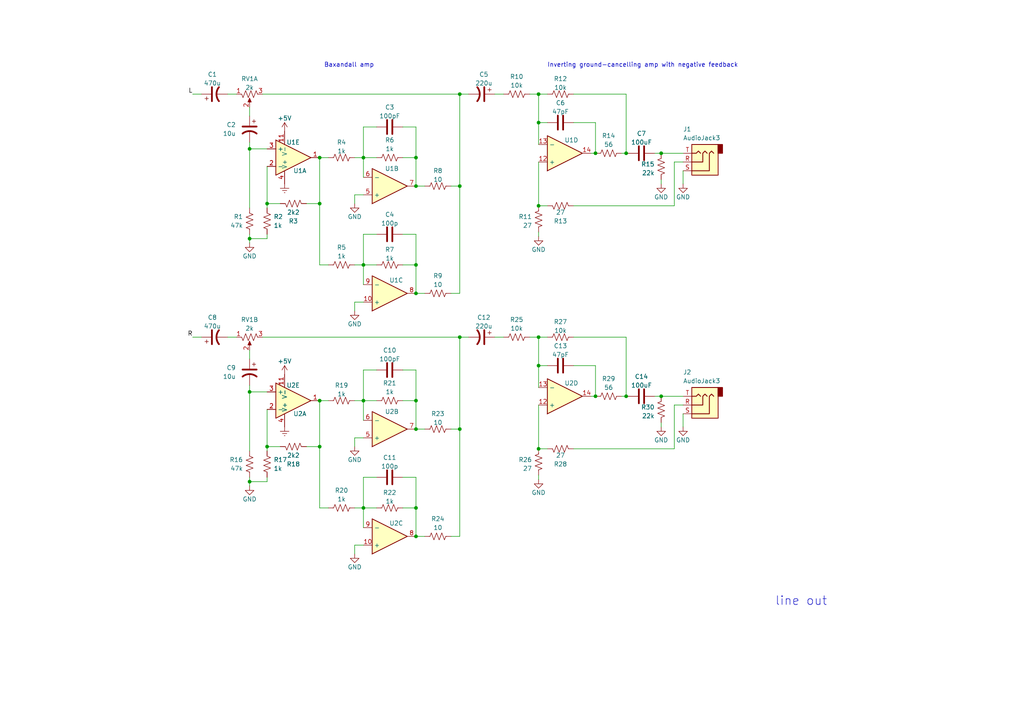
<source format=kicad_sch>
(kicad_sch (version 20230121) (generator eeschema)
  (paper "A4")
  (lib_symbols
    (symbol "Connector_Audio:AudioJack3"
      (property "Reference" "J" (at 0 8.89 0))
      (property "Value" "AudioJack3" (at 0 6.35 0))
      (symbol "AudioJack3_0_1"
        (rectangle (start -5.08 -5.08) (end -6.35 -2.54) (stroke (width 0.254)) (fill (type outline)))
        (polyline (pts (xy 0 -2.54) (xy 0.635 -3.175) (xy 1.27 -2.54) (xy 2.54 -2.54)) (stroke (width 0.254)))
        (polyline (pts (xy -1.905 -2.54) (xy -1.27 -3.175) (xy -0.635 -2.54) (xy -0.635 0) (xy 2.54 0)) (stroke (width 0.254)))
        (polyline (pts (xy 2.54 2.54) (xy -2.54 2.54) (xy -2.54 -2.54) (xy -3.175 -3.175) (xy -3.81 -2.54)) (stroke (width 0.254)))
        (rectangle (start 2.54 3.81) (end -5.08 -5.08) (stroke (width 0.254)) (fill (type background)))
      )
      (symbol "AudioJack3_1_1"
        (pin passive line (at 5.08 0 180) (length 2.54) (name "~") (number "R"))
        (pin passive line (at 5.08 2.54 180) (length 2.54) (name "~") (number "S"))
        (pin passive line (at 5.08 -2.54 180) (length 2.54) (name "~") (number "T"))
      )
    )
    (symbol "Device:C" (pin_numbers hide) (pin_names (offset 0.254))
      (property "Reference" "C" (at 0.635 2.54 0))
      (property "Value" "C" (at 0.635 -2.54 0))
      (symbol "C_0_1"
        (polyline (pts (xy -2.032 -0.762) (xy 2.032 -0.762)) (stroke (width 0.508)))
        (polyline (pts (xy -2.032 0.762) (xy 2.032 0.762)) (stroke (width 0.508)))
      )
      (symbol "C_1_1"
        (pin passive line (at 0 3.81 270) (length 2.794) (name "~") (number "1"))
        (pin passive line (at 0 -3.81 90) (length 2.794) (name "~") (number "2"))
      )
    )
    (symbol "Device:C_Polarized_US" (pin_numbers hide) (pin_names (offset 0.254) hide)
      (property "Reference" "C" (at 0.635 2.54 0))
      (property "Value" "C_Polarized_US" (at 0.635 -2.54 0))
      (symbol "C_Polarized_US_0_1"
        (polyline (pts (xy -2.032 0.762) (xy 2.032 0.762)) (stroke (width 0.508)))
        (polyline (pts (xy -1.778 2.286) (xy -0.762 2.286)))
        (polyline (pts (xy -1.27 1.778) (xy -1.27 2.794)))
        (arc (start 2.032 -1.27) (mid 0 -0.5572) (end -2.032 -1.27) (stroke (width 0.508)))
      )
      (symbol "C_Polarized_US_1_1"
        (pin passive line (at 0 3.81 270) (length 2.794) (name "~") (number "1"))
        (pin passive line (at 0 -3.81 90) (length 3.302) (name "~") (number "2"))
      )
    )
    (symbol "Device:Opamp_Quad"
      (property "Reference" "U" (at 0 5.08 0))
      (property "Value" "Opamp_Quad" (at 0 -5.08 0))
      (symbol "Opamp_Quad_1_1"
        (polyline (pts (xy -5.08 5.08) (xy 5.08 0) (xy -5.08 -5.08) (xy -5.08 5.08)) (stroke (width 0.254)) (fill (type background)))
        (pin output line (at 7.62 0 180) (length 2.54) (name "~") (number "1"))
        (pin input line (at -7.62 -2.54 0) (length 2.54) (name "-") (number "2"))
        (pin input line (at -7.62 2.54 0) (length 2.54) (name "+") (number "3"))
      )
      (symbol "Opamp_Quad_2_1"
        (polyline (pts (xy -5.08 5.08) (xy 5.08 0) (xy -5.08 -5.08) (xy -5.08 5.08)) (stroke (width 0.254)) (fill (type background)))
        (pin input line (at -7.62 2.54 0) (length 2.54) (name "+") (number "5"))
        (pin input line (at -7.62 -2.54 0) (length 2.54) (name "-") (number "6"))
        (pin output line (at 7.62 0 180) (length 2.54) (name "~") (number "7"))
      )
      (symbol "Opamp_Quad_3_1"
        (polyline (pts (xy -5.08 5.08) (xy 5.08 0) (xy -5.08 -5.08) (xy -5.08 5.08)) (stroke (width 0.254)) (fill (type background)))
        (pin input line (at -7.62 2.54 0) (length 2.54) (name "+") (number "10"))
        (pin output line (at 7.62 0 180) (length 2.54) (name "~") (number "8"))
        (pin input line (at -7.62 -2.54 0) (length 2.54) (name "-") (number "9"))
      )
      (symbol "Opamp_Quad_4_1"
        (polyline (pts (xy -5.08 5.08) (xy 5.08 0) (xy -5.08 -5.08) (xy -5.08 5.08)) (stroke (width 0.254)) (fill (type background)))
        (pin input line (at -7.62 2.54 0) (length 2.54) (name "+") (number "12"))
        (pin input line (at -7.62 -2.54 0) (length 2.54) (name "-") (number "13"))
        (pin output line (at 7.62 0 180) (length 2.54) (name "~") (number "14"))
      )
      (symbol "Opamp_Quad_5_1"
        (pin power_in line (at -2.54 -7.62 90) (length 3.81) (name "V-") (number "11"))
        (pin power_in line (at -2.54 7.62 270) (length 3.81) (name "V+") (number "4"))
      )
    )
    (symbol "Device:R_US" (pin_numbers hide) (pin_names (offset 0))
      (property "Reference" "R" (at 2.54 0 90))
      (property "Value" "R_US" (at -2.54 0 90))
      (symbol "R_US_0_1"
        (polyline (pts (xy 0 -2.286) (xy 0 -2.54)))
        (polyline (pts (xy 0 2.286) (xy 0 2.54)))
        (polyline (pts (xy 0 -0.762) (xy 1.016 -1.143) (xy 0 -1.524) (xy -1.016 -1.905) (xy 0 -2.286)))
        (polyline (pts (xy 0 0.762) (xy 1.016 0.381) (xy 0 0) (xy -1.016 -0.381) (xy 0 -0.762)))
        (polyline (pts (xy 0 2.286) (xy 1.016 1.905) (xy 0 1.524) (xy -1.016 1.143) (xy 0 0.762)))
      )
      (symbol "R_US_1_1"
        (pin passive line (at 0 3.81 270) (length 1.27) (name "~") (number "1"))
        (pin passive line (at 0 -3.81 90) (length 1.27) (name "~") (number "2"))
      )
    )
    (symbol "openmic:R_Potentiometer_US_Dual" (pin_names (offset 1.016) hide)
      (property "Reference" "RV" (at -4.445 0 90))
      (property "Value" "R_Potentiometer_US_Dual" (at -2.54 0 90))
      (symbol "R_Potentiometer_US_Dual_0_1"
        (polyline (pts (xy 0 -2.286) (xy 0 -2.54)))
        (polyline (pts (xy 0 2.54) (xy 0 2.286)))
        (polyline (pts (xy 2.54 0) (xy 1.524 0)))
        (polyline (pts (xy 1.143 0) (xy 2.286 0.508) (xy 2.286 -0.508) (xy 1.143 0)) (fill (type outline)))
        (polyline (pts (xy 0 -0.762) (xy 1.016 -1.143) (xy 0 -1.524) (xy -1.016 -1.905) (xy 0 -2.286)))
        (polyline (pts (xy 0 0.762) (xy 1.016 0.381) (xy 0 0) (xy -1.016 -0.381) (xy 0 -0.762)))
        (polyline (pts (xy 0 2.286) (xy 1.016 1.905) (xy 0 1.524) (xy -1.016 1.143) (xy 0 0.762)))
      )
      (symbol "R_Potentiometer_US_Dual_1_1"
        (pin passive line (at 0 3.81 270) (length 1.27) (name "1") (number "1"))
        (pin passive line (at 3.81 0 180) (length 1.27) (name "2") (number "2"))
        (pin passive line (at 0 -3.81 90) (length 1.27) (name "3") (number "3"))
      )
      (symbol "R_Potentiometer_US_Dual_2_1"
        (pin passive line (at 0 3.81 270) (length 1.27) (name "1") (number "1"))
        (pin passive line (at 3.81 0 180) (length 1.27) (name "2") (number "2"))
        (pin passive line (at 0 -3.81 90) (length 1.27) (name "3") (number "3"))
      )
    )
    (symbol "power:+5V" (power) (pin_names (offset 0))
      (property "Value" "+5V" (at 0 3.556 0))
      (symbol "+5V_0_1"
        (polyline (pts (xy -0.762 1.27) (xy 0 2.54)))
        (polyline (pts (xy 0 0) (xy 0 2.54)))
        (polyline (pts (xy 0 2.54) (xy 0.762 1.27)))
      )
      (symbol "+5V_1_1"
        (pin power_in line (at 0 0 90) (length 0) hide (name "+5V") (number "1"))
      )
    )
    (symbol "power:Earth" (power) (pin_names (offset 0))
      (symbol "Earth_0_1"
        (polyline (pts (xy -0.635 -1.905) (xy 0.635 -1.905)))
        (polyline (pts (xy -0.127 -2.54) (xy 0.127 -2.54)))
        (polyline (pts (xy 0 -1.27) (xy 0 0)))
        (polyline (pts (xy 1.27 -1.27) (xy -1.27 -1.27)))
      )
      (symbol "Earth_1_1"
        (pin power_in line (at 0 0 270) (length 0) hide (name "Earth") (number "1"))
      )
    )
    (symbol "power:GND" (power) (pin_names (offset 0))
      (property "Value" "GND" (at 0 -3.81 0))
      (symbol "GND_0_1"
        (polyline (pts (xy 0 0) (xy 0 -1.27) (xy 1.27 -1.27) (xy 0 -2.54) (xy -1.27 -1.27) (xy 0 -1.27)))
      )
      (symbol "GND_1_1"
        (pin power_in line (at 0 0 270) (length 0) hide (name "GND") (number "1"))
      )
    )
  )
  (junction (at 156.21 97.79))
  (junction (at 120.65 147.32))
  (junction (at 77.47 129.54))
  (junction (at 120.65 116.205))
  (junction (at 92.71 59.055))
  (junction (at 120.65 155.575))
  (junction (at 172.72 114.935))
  (junction (at 92.71 129.54))
  (junction (at 72.39 113.665))
  (junction (at 133.35 27.305))
  (junction (at 120.65 85.09))
  (junction (at 120.65 45.72))
  (junction (at 120.65 53.975))
  (junction (at 156.21 27.305))
  (junction (at 105.41 116.205))
  (junction (at 92.71 45.72))
  (junction (at 105.41 147.32))
  (junction (at 156.21 35.56))
  (junction (at 133.35 97.79))
  (junction (at 105.41 45.72))
  (junction (at 72.39 43.18))
  (junction (at 156.21 59.69))
  (junction (at 133.35 124.46))
  (junction (at 72.39 69.215))
  (junction (at 172.72 44.45))
  (junction (at 105.41 76.835))
  (junction (at 77.47 59.055))
  (junction (at 72.39 139.7))
  (junction (at 181.61 114.935))
  (junction (at 120.65 76.835))
  (junction (at 120.65 124.46))
  (junction (at 191.77 44.45))
  (junction (at 156.21 130.175))
  (junction (at 156.21 106.045))
  (junction (at 92.71 116.205))
  (junction (at 133.35 53.975))
  (junction (at 181.61 44.45))
  (junction (at 191.77 114.935))
  (wire (pts (xy 198.12 120.015) (xy 198.12 123.825)))
  (wire (pts (xy 77.47 48.26) (xy 77.47 59.055)))
  (wire (pts (xy 102.87 59.055) (xy 102.87 56.515)))
  (wire (pts (xy 156.21 27.305) (xy 158.75 27.305)))
  (wire (pts (xy 133.35 97.79) (xy 133.35 124.46)))
  (wire (pts (xy 172.72 35.56) (xy 172.72 44.45)))
  (wire (pts (xy 166.37 97.79) (xy 181.61 97.79)))
  (wire (pts (xy 181.61 27.305) (xy 181.61 44.45)))
  (wire (pts (xy 72.39 101.6) (xy 72.39 104.14)))
  (wire (pts (xy 105.41 51.435) (xy 105.41 45.72)))
  (wire (pts (xy 156.21 59.69) (xy 156.21 46.99)))
  (wire (pts (xy 105.41 76.835) (xy 105.41 67.945)))
  (wire (pts (xy 189.865 44.45) (xy 191.77 44.45)))
  (wire (pts (xy 105.41 82.55) (xy 105.41 76.835)))
  (wire (pts (xy 92.71 129.54) (xy 92.71 147.32)))
  (wire (pts (xy 77.47 118.745) (xy 77.47 129.54)))
  (wire (pts (xy 191.77 114.935) (xy 198.12 114.935)))
  (wire (pts (xy 120.65 116.205) (xy 120.65 124.46)))
  (wire (pts (xy 72.39 69.215) (xy 72.39 70.485)))
  (wire (pts (xy 68.58 97.79) (xy 66.04 97.79)))
  (wire (pts (xy 166.37 130.175) (xy 195.58 130.175)))
  (wire (pts (xy 105.41 138.43) (xy 109.22 138.43)))
  (wire (pts (xy 130.81 155.575) (xy 133.35 155.575)))
  (wire (pts (xy 105.41 45.72) (xy 109.22 45.72)))
  (wire (pts (xy 72.39 43.18) (xy 72.39 60.325)))
  (wire (pts (xy 198.12 117.475) (xy 195.58 117.475)))
  (wire (pts (xy 77.47 43.18) (xy 72.39 43.18)))
  (wire (pts (xy 120.65 155.575) (xy 123.19 155.575)))
  (wire (pts (xy 72.39 139.7) (xy 72.39 140.97)))
  (wire (pts (xy 158.75 130.175) (xy 156.21 130.175)))
  (wire (pts (xy 105.41 116.205) (xy 109.22 116.205)))
  (wire (pts (xy 116.84 147.32) (xy 120.65 147.32)))
  (wire (pts (xy 105.41 45.72) (xy 105.41 36.83)))
  (wire (pts (xy 116.84 45.72) (xy 120.65 45.72)))
  (wire (pts (xy 120.65 36.83) (xy 120.65 45.72)))
  (wire (pts (xy 133.35 53.975) (xy 130.81 53.975)))
  (wire (pts (xy 156.21 97.79) (xy 156.21 106.045)))
  (wire (pts (xy 77.47 139.7) (xy 77.47 138.43)))
  (wire (pts (xy 158.75 106.045) (xy 156.21 106.045)))
  (wire (pts (xy 92.71 116.205) (xy 92.71 129.54)))
  (wire (pts (xy 156.21 27.305) (xy 156.21 35.56)))
  (wire (pts (xy 198.12 49.53) (xy 198.12 53.34)))
  (wire (pts (xy 156.21 35.56) (xy 156.21 41.91)))
  (wire (pts (xy 166.37 106.045) (xy 172.72 106.045)))
  (wire (pts (xy 189.865 114.935) (xy 191.77 114.935)))
  (wire (pts (xy 92.71 147.32) (xy 95.25 147.32)))
  (wire (pts (xy 72.39 69.215) (xy 72.39 67.945)))
  (wire (pts (xy 171.45 114.935) (xy 172.72 114.935)))
  (wire (pts (xy 120.65 53.975) (xy 123.19 53.975)))
  (wire (pts (xy 171.45 44.45) (xy 172.72 44.45)))
  (wire (pts (xy 156.21 130.175) (xy 156.21 117.475)))
  (wire (pts (xy 102.87 160.655) (xy 102.87 158.115)))
  (wire (pts (xy 116.84 76.835) (xy 120.65 76.835)))
  (wire (pts (xy 182.245 44.45) (xy 181.61 44.45)))
  (wire (pts (xy 120.65 124.46) (xy 123.19 124.46)))
  (wire (pts (xy 105.41 36.83) (xy 109.22 36.83)))
  (wire (pts (xy 105.41 147.32) (xy 102.87 147.32)))
  (wire (pts (xy 166.37 59.69) (xy 195.58 59.69)))
  (wire (pts (xy 105.41 76.835) (xy 109.22 76.835)))
  (wire (pts (xy 156.21 97.79) (xy 153.67 97.79)))
  (wire (pts (xy 72.39 113.665) (xy 72.39 130.81)))
  (wire (pts (xy 156.21 97.79) (xy 158.75 97.79)))
  (wire (pts (xy 180.34 44.45) (xy 181.61 44.45)))
  (wire (pts (xy 135.89 97.79) (xy 133.35 97.79)))
  (wire (pts (xy 191.77 122.555) (xy 191.77 123.825)))
  (wire (pts (xy 116.84 67.945) (xy 120.65 67.945)))
  (wire (pts (xy 77.47 113.665) (xy 72.39 113.665)))
  (wire (pts (xy 135.89 27.305) (xy 133.35 27.305)))
  (wire (pts (xy 120.65 107.315) (xy 120.65 116.205)))
  (wire (pts (xy 102.87 56.515) (xy 105.41 56.515)))
  (wire (pts (xy 143.51 27.305) (xy 146.05 27.305)))
  (wire (pts (xy 81.28 59.055) (xy 77.47 59.055)))
  (wire (pts (xy 105.41 76.835) (xy 102.87 76.835)))
  (wire (pts (xy 158.75 35.56) (xy 156.21 35.56)))
  (wire (pts (xy 105.41 116.205) (xy 105.41 107.315)))
  (wire (pts (xy 166.37 35.56) (xy 172.72 35.56)))
  (wire (pts (xy 143.51 97.79) (xy 146.05 97.79)))
  (wire (pts (xy 116.84 107.315) (xy 120.65 107.315)))
  (wire (pts (xy 72.39 139.7) (xy 72.39 138.43)))
  (wire (pts (xy 105.41 116.205) (xy 102.87 116.205)))
  (wire (pts (xy 116.84 36.83) (xy 120.65 36.83)))
  (wire (pts (xy 55.88 27.305) (xy 58.42 27.305)))
  (wire (pts (xy 88.9 129.54) (xy 92.71 129.54)))
  (wire (pts (xy 181.61 97.79) (xy 181.61 114.935)))
  (wire (pts (xy 102.87 158.115) (xy 105.41 158.115)))
  (wire (pts (xy 120.65 85.09) (xy 123.19 85.09)))
  (wire (pts (xy 105.41 121.92) (xy 105.41 116.205)))
  (wire (pts (xy 92.71 116.205) (xy 95.25 116.205)))
  (wire (pts (xy 120.65 138.43) (xy 120.65 147.32)))
  (wire (pts (xy 156.21 67.31) (xy 156.21 68.58)))
  (wire (pts (xy 120.65 67.945) (xy 120.65 76.835)))
  (wire (pts (xy 120.65 76.835) (xy 120.65 85.09)))
  (wire (pts (xy 166.37 27.305) (xy 181.61 27.305)))
  (wire (pts (xy 102.87 129.54) (xy 102.87 127)))
  (wire (pts (xy 102.87 90.17) (xy 102.87 87.63)))
  (wire (pts (xy 92.71 59.055) (xy 92.71 76.835)))
  (wire (pts (xy 182.245 114.935) (xy 181.61 114.935)))
  (wire (pts (xy 133.35 27.305) (xy 133.35 53.975)))
  (wire (pts (xy 77.47 129.54) (xy 77.47 130.81)))
  (wire (pts (xy 120.65 45.72) (xy 120.65 53.975)))
  (wire (pts (xy 195.58 117.475) (xy 195.58 130.175)))
  (wire (pts (xy 102.87 87.63) (xy 105.41 87.63)))
  (wire (pts (xy 55.88 97.79) (xy 58.42 97.79)))
  (wire (pts (xy 130.81 85.09) (xy 133.35 85.09)))
  (wire (pts (xy 105.41 147.32) (xy 105.41 138.43)))
  (wire (pts (xy 195.58 46.99) (xy 195.58 59.69)))
  (wire (pts (xy 156.21 106.045) (xy 156.21 112.395)))
  (wire (pts (xy 92.71 45.72) (xy 92.71 59.055)))
  (wire (pts (xy 92.71 45.72) (xy 95.25 45.72)))
  (wire (pts (xy 76.2 27.305) (xy 133.35 27.305)))
  (wire (pts (xy 120.65 147.32) (xy 120.65 155.575)))
  (wire (pts (xy 72.39 111.76) (xy 72.39 113.665)))
  (wire (pts (xy 133.35 124.46) (xy 130.81 124.46)))
  (wire (pts (xy 158.75 59.69) (xy 156.21 59.69)))
  (wire (pts (xy 198.12 46.99) (xy 195.58 46.99)))
  (wire (pts (xy 88.9 59.055) (xy 92.71 59.055)))
  (wire (pts (xy 72.39 31.115) (xy 72.39 33.655)))
  (wire (pts (xy 76.2 97.79) (xy 133.35 97.79)))
  (wire (pts (xy 133.35 53.975) (xy 133.35 85.09)))
  (wire (pts (xy 68.58 27.305) (xy 66.04 27.305)))
  (wire (pts (xy 77.47 69.215) (xy 72.39 69.215)))
  (wire (pts (xy 102.87 127) (xy 105.41 127)))
  (wire (pts (xy 191.77 52.07) (xy 191.77 53.34)))
  (wire (pts (xy 105.41 45.72) (xy 102.87 45.72)))
  (wire (pts (xy 105.41 67.945) (xy 109.22 67.945)))
  (wire (pts (xy 77.47 69.215) (xy 77.47 67.945)))
  (wire (pts (xy 116.84 138.43) (xy 120.65 138.43)))
  (wire (pts (xy 172.72 106.045) (xy 172.72 114.935)))
  (wire (pts (xy 180.34 114.935) (xy 181.61 114.935)))
  (wire (pts (xy 153.67 27.305) (xy 156.21 27.305)))
  (wire (pts (xy 72.39 41.275) (xy 72.39 43.18)))
  (wire (pts (xy 105.41 153.035) (xy 105.41 147.32)))
  (wire (pts (xy 81.28 129.54) (xy 77.47 129.54)))
  (wire (pts (xy 105.41 107.315) (xy 109.22 107.315)))
  (wire (pts (xy 92.71 76.835) (xy 95.25 76.835)))
  (wire (pts (xy 133.35 124.46) (xy 133.35 155.575)))
  (wire (pts (xy 116.84 116.205) (xy 120.65 116.205)))
  (wire (pts (xy 191.77 44.45) (xy 198.12 44.45)))
  (wire (pts (xy 77.47 59.055) (xy 77.47 60.325)))
  (wire (pts (xy 105.41 147.32) (xy 109.22 147.32)))
  (wire (pts (xy 156.21 137.795) (xy 156.21 139.065)))
  (wire (pts (xy 77.47 139.7) (xy 72.39 139.7)))
  (text "line out" (at 224.79 175.895 0) (effects (font (size 2.54 2.54)) (justify left bottom)))
  (text "Inverting ground-cancelling amp with negative feedback" (at 158.75 19.685 0) (effects (font (size 1.27 1.27)) (justify left bottom)))
  (text "Baxandall amp" (at 93.98 19.685 0) (effects (font (size 1.27 1.27)) (justify left bottom)))
  (label "R" (at 55.88 97.79 180))
  (label "L" (at 55.88 27.305 180))
  (symbol (lib_id "power:GND") (at 191.77 53.34 0) (unit 1)
    (property "Reference" "#PWR05" (effects hide))
    (property "Value" "GND" (at 191.77 57.15 0))
  )
  (symbol (lib_id "Device:R_US") (at 156.21 133.985 0) (mirror x) (unit 1)
    (property "Reference" "R26" (at 154.305 133.35 0) (effects (justify right)))
    (property "Value" "27" (at 154.305 135.89 0) (effects (justify right)))
  )
  (symbol (lib_id "Device:R_US") (at 191.77 48.26 0) (mirror x) (unit 1)
    (property "Reference" "R15" (at 189.865 47.625 0) (effects (justify right)))
    (property "Value" "22k" (at 189.865 50.165 0) (effects (justify right)))
  )
  (symbol (lib_id "openmic:R_Potentiometer_US_Dual") (at 72.39 97.79 90) (mirror x) (unit 2)
    (property "Reference" "RV1" (at 72.39 92.71 90))
    (property "Value" "2k" (at 72.39 95.25 90))
  )
  (symbol (lib_id "Device:C_Polarized_US") (at 139.7 97.79 270) (unit 1)
    (property "Reference" "C12" (at 140.335 92.075 90))
    (property "Value" "220u" (at 140.335 94.615 90))
  )
  (symbol (lib_id "Device:C") (at 162.56 106.045 90) (unit 1)
    (property "Reference" "C13" (at 162.56 100.33 90))
    (property "Value" "47pF" (at 162.56 102.87 90))
  )
  (symbol (lib_id "Device:R_US") (at 77.47 134.62 180) (unit 1)
    (property "Reference" "R17" (at 79.375 133.35 0) (effects (justify right)))
    (property "Value" "1k" (at 79.375 135.89 0) (effects (justify right)))
  )
  (symbol (lib_id "Device:R_US") (at 113.03 147.32 90) (unit 1)
    (property "Reference" "R22" (at 113.03 142.875 90))
    (property "Value" "1k" (at 113.03 145.415 90))
  )
  (symbol (lib_id "power:+5V") (at 82.55 108.585 0) (unit 1)
    (property "Reference" "#PWR014" (effects hide))
    (property "Value" "+5V" (at 82.55 104.775 0))
  )
  (symbol (lib_id "Device:R_US") (at 77.47 64.135 180) (unit 1)
    (property "Reference" "R2" (at 79.375 62.865 0) (effects (justify right)))
    (property "Value" "1k" (at 79.375 65.405 0) (effects (justify right)))
  )
  (symbol (lib_id "Device:Opamp_Quad") (at 85.09 116.205 0) (mirror x) (unit 5)
    (property "Reference" "U2" (at 86.995 111.76 0) (effects (justify right)))
    (property "Value" "Opamp_Quad" (effects hide))
  )
  (symbol (lib_id "power:GND") (at 156.21 68.58 0) (unit 1)
    (property "Reference" "#PWR04" (effects hide))
    (property "Value" "GND" (at 156.21 72.39 0))
  )
  (symbol (lib_id "Device:R_US") (at 127 85.09 90) (unit 1)
    (property "Reference" "R9" (at 127 80.01 90))
    (property "Value" "10" (at 127 82.55 90))
  )
  (symbol (lib_id "Device:C_Polarized_US") (at 72.39 37.465 0) (mirror y) (unit 1)
    (property "Reference" "C2" (at 68.4148 36.195 0) (effects (justify left)))
    (property "Value" "10u" (at 68.4148 38.735 0) (effects (justify left)))
  )
  (symbol (lib_id "Device:R_US") (at 127 155.575 90) (unit 1)
    (property "Reference" "R24" (at 127 150.495 90))
    (property "Value" "10" (at 127 153.035 90))
  )
  (symbol (lib_id "Device:C") (at 113.03 36.83 90) (unit 1)
    (property "Reference" "C3" (at 113.03 31.115 90))
    (property "Value" "100pF" (at 113.03 33.655 90))
  )
  (symbol (lib_id "Device:Opamp_Quad") (at 113.03 155.575 0) (mirror x) (unit 3)
    (property "Reference" "U2" (at 114.935 151.765 0))
    (property "Value" "Opamp_Quad" (effects hide))
  )
  (symbol (lib_id "Connector_Audio:AudioJack3") (at 203.2 46.99 180) (unit 1)
    (property "Reference" "J1" (at 198.12 37.465 0) (effects (justify right)))
    (property "Value" "AudioJack3" (at 198.12 40.005 0) (effects (justify right)))
  )
  (symbol (lib_id "Device:R_US") (at 162.56 97.79 90) (unit 1)
    (property "Reference" "R27" (at 162.56 93.345 90))
    (property "Value" "10k" (at 162.56 95.885 90))
  )
  (symbol (lib_id "Device:R_US") (at 162.56 59.69 90) (mirror x) (unit 1)
    (property "Reference" "R13" (at 162.56 64.135 90))
    (property "Value" "27" (at 162.56 61.595 90))
  )
  (symbol (lib_id "Device:Opamp_Quad") (at 113.03 85.09 0) (mirror x) (unit 3)
    (property "Reference" "U1" (at 114.935 81.28 0))
    (property "Value" "Opamp_Quad" (effects hide))
  )
  (symbol (lib_id "Device:R_US") (at 176.53 114.935 90) (unit 1)
    (property "Reference" "R29" (at 176.53 109.855 90))
    (property "Value" "56" (at 176.53 112.395 90))
  )
  (symbol (lib_id "Device:R_US") (at 72.39 64.135 180) (unit 1)
    (property "Reference" "R1" (at 70.485 62.865 0) (effects (justify left)))
    (property "Value" "47k" (at 70.485 65.405 0) (effects (justify left)))
  )
  (symbol (lib_id "Device:C_Polarized_US") (at 72.39 107.95 0) (mirror y) (unit 1)
    (property "Reference" "C9" (at 68.4148 106.68 0) (effects (justify left)))
    (property "Value" "10u" (at 68.4148 109.22 0) (effects (justify left)))
  )
  (symbol (lib_id "Device:C") (at 162.56 35.56 90) (unit 1)
    (property "Reference" "C6" (at 162.56 29.845 90))
    (property "Value" "47pF" (at 162.56 32.385 90))
  )
  (symbol (lib_id "power:GND") (at 72.39 70.485 0) (unit 1)
    (property "Reference" "#PWR015" (effects hide))
    (property "Value" "GND" (at 72.39 74.295 0))
  )
  (symbol (lib_id "power:Earth") (at 82.55 123.825 0) (unit 1)
    (property "Reference" "#PWR016" (effects hide))
    (property "Value" "Earth" (effects hide))
  )
  (symbol (lib_id "Device:C") (at 186.055 44.45 90) (unit 1)
    (property "Reference" "C7" (at 186.055 38.735 90))
    (property "Value" "100uF" (at 186.055 41.275 90))
  )
  (symbol (lib_id "Device:R_US") (at 149.86 97.79 90) (unit 1)
    (property "Reference" "R25" (at 149.86 92.71 90))
    (property "Value" "10k" (at 149.86 95.25 90))
  )
  (symbol (lib_id "power:GND") (at 198.12 123.825 0) (unit 1)
    (property "Reference" "#PWR012" (effects hide))
    (property "Value" "GND" (at 198.12 127.635 0))
  )
  (symbol (lib_id "Device:R_US") (at 127 124.46 90) (unit 1)
    (property "Reference" "R23" (at 127 120.015 90))
    (property "Value" "10" (at 127 122.555 90))
  )
  (symbol (lib_id "Device:C") (at 186.055 114.935 90) (unit 1)
    (property "Reference" "C14" (at 186.055 109.22 90))
    (property "Value" "100uF" (at 186.055 111.76 90))
  )
  (symbol (lib_id "Device:R_US") (at 99.06 45.72 90) (unit 1)
    (property "Reference" "R4" (at 99.06 41.275 90))
    (property "Value" "1k" (at 99.06 43.815 90))
  )
  (symbol (lib_id "power:GND") (at 72.39 140.97 0) (unit 1)
    (property "Reference" "#PWR07" (effects hide))
    (property "Value" "GND" (at 72.39 144.78 0))
  )
  (symbol (lib_id "Device:Opamp_Quad") (at 113.03 124.46 0) (mirror x) (unit 2)
    (property "Reference" "U2" (at 113.665 119.38 0))
    (property "Value" "Opamp_Quad" (effects hide))
  )
  (symbol (lib_id "power:GND") (at 102.87 90.17 0) (unit 1)
    (property "Reference" "#PWR03" (effects hide))
    (property "Value" "GND" (at 102.87 93.98 0))
  )
  (symbol (lib_id "Device:C_Polarized_US") (at 62.23 97.79 90) (unit 1)
    (property "Reference" "C8" (at 61.595 92.075 90))
    (property "Value" "470u" (at 61.595 94.615 90))
  )
  (symbol (lib_id "Connector_Audio:AudioJack3") (at 203.2 117.475 180) (unit 1)
    (property "Reference" "J2" (at 198.12 107.95 0) (effects (justify right)))
    (property "Value" "AudioJack3" (at 198.12 110.49 0) (effects (justify right)))
  )
  (symbol (lib_id "Device:C_Polarized_US") (at 62.23 27.305 90) (unit 1)
    (property "Reference" "C1" (at 61.595 21.59 90))
    (property "Value" "470u" (at 61.595 24.13 90))
  )
  (symbol (lib_id "power:GND") (at 102.87 59.055 0) (unit 1)
    (property "Reference" "#PWR02" (effects hide))
    (property "Value" "GND" (at 102.87 62.865 0))
  )
  (symbol (lib_id "Device:R_US") (at 72.39 134.62 180) (unit 1)
    (property "Reference" "R16" (at 70.485 133.35 0) (effects (justify left)))
    (property "Value" "47k" (at 70.485 135.89 0) (effects (justify left)))
  )
  (symbol (lib_id "Device:C_Polarized_US") (at 139.7 27.305 270) (unit 1)
    (property "Reference" "C5" (at 140.335 21.59 90))
    (property "Value" "220u" (at 140.335 24.13 90))
  )
  (symbol (lib_id "Device:Opamp_Quad") (at 163.83 44.45 0) (mirror x) (unit 4)
    (property "Reference" "U1" (at 165.735 40.64 0))
    (property "Value" "Opamp_Quad" (effects hide))
  )
  (symbol (lib_id "Device:C") (at 113.03 67.945 90) (unit 1)
    (property "Reference" "C4" (at 113.03 62.23 90))
    (property "Value" "100p" (at 113.03 64.77 90))
  )
  (symbol (lib_id "power:GND") (at 198.12 53.34 0) (unit 1)
    (property "Reference" "#PWR06" (effects hide))
    (property "Value" "GND" (at 198.12 57.15 0))
  )
  (symbol (lib_id "power:+5V") (at 82.55 38.1 0) (unit 1)
    (property "Reference" "#PWR013" (effects hide))
    (property "Value" "+5V" (at 82.55 34.29 0))
  )
  (symbol (lib_id "Device:R_US") (at 127 53.975 90) (unit 1)
    (property "Reference" "R8" (at 127 49.53 90))
    (property "Value" "10" (at 127 52.07 90))
  )
  (symbol (lib_id "power:GND") (at 102.87 129.54 0) (unit 1)
    (property "Reference" "#PWR08" (effects hide))
    (property "Value" "GND" (at 102.87 133.35 0))
  )
  (symbol (lib_id "Device:Opamp_Quad") (at 85.09 45.72 0) (mirror x) (unit 5)
    (property "Reference" "U1" (at 86.995 41.275 0) (effects (justify right)))
    (property "Value" "Opamp_Quad" (effects hide))
  )
  (symbol (lib_id "Device:R_US") (at 113.03 76.835 90) (unit 1)
    (property "Reference" "R7" (at 113.03 72.39 90))
    (property "Value" "1k" (at 113.03 74.93 90))
  )
  (symbol (lib_id "power:Earth") (at 82.55 53.34 0) (unit 1)
    (property "Reference" "#PWR01" (effects hide))
    (property "Value" "Earth" (effects hide))
  )
  (symbol (lib_id "Device:R_US") (at 156.21 63.5 0) (mirror x) (unit 1)
    (property "Reference" "R11" (at 154.305 62.865 0) (effects (justify right)))
    (property "Value" "27" (at 154.305 65.405 0) (effects (justify right)))
  )
  (symbol (lib_id "Device:R_US") (at 162.56 27.305 90) (unit 1)
    (property "Reference" "R12" (at 162.56 22.86 90))
    (property "Value" "10k" (at 162.56 25.4 90))
  )
  (symbol (lib_id "Device:R_US") (at 162.56 130.175 90) (mirror x) (unit 1)
    (property "Reference" "R28" (at 162.56 134.62 90))
    (property "Value" "27" (at 162.56 132.08 90))
  )
  (symbol (lib_id "Device:R_US") (at 191.77 118.745 0) (mirror x) (unit 1)
    (property "Reference" "R30" (at 189.865 118.11 0) (effects (justify right)))
    (property "Value" "22k" (at 189.865 120.65 0) (effects (justify right)))
  )
  (symbol (lib_id "Device:R_US") (at 99.06 76.835 90) (unit 1)
    (property "Reference" "R5" (at 99.06 71.755 90))
    (property "Value" "1k" (at 99.06 74.295 90))
  )
  (symbol (lib_id "Device:R_US") (at 99.06 147.32 90) (unit 1)
    (property "Reference" "R20" (at 99.06 142.24 90))
    (property "Value" "1k" (at 99.06 144.78 90))
  )
  (symbol (lib_id "power:GND") (at 102.87 160.655 0) (unit 1)
    (property "Reference" "#PWR09" (effects hide))
    (property "Value" "GND" (at 102.87 164.465 0))
  )
  (symbol (lib_id "Device:R_US") (at 99.06 116.205 90) (unit 1)
    (property "Reference" "R19" (at 99.06 111.76 90))
    (property "Value" "1k" (at 99.06 114.3 90))
  )
  (symbol (lib_id "Device:R_US") (at 149.86 27.305 90) (unit 1)
    (property "Reference" "R10" (at 149.86 22.225 90))
    (property "Value" "10k" (at 149.86 24.765 90))
  )
  (symbol (lib_id "Device:Opamp_Quad") (at 85.09 45.72 0) (unit 1)
    (property "Reference" "U1" (at 86.995 49.53 0))
    (property "Value" "Opamp_Quad" (effects hide))
  )
  (symbol (lib_id "Device:R_US") (at 85.09 59.055 90) (mirror x) (unit 1)
    (property "Reference" "R3" (at 85.09 64.135 90))
    (property "Value" "2k2" (at 85.09 61.595 90))
  )
  (symbol (lib_id "Device:R_US") (at 113.03 45.72 90) (unit 1)
    (property "Reference" "R6" (at 113.03 40.64 90))
    (property "Value" "1k" (at 113.03 43.18 90))
  )
  (symbol (lib_id "Device:R_US") (at 113.03 116.205 90) (unit 1)
    (property "Reference" "R21" (at 113.03 111.125 90))
    (property "Value" "1k" (at 113.03 113.665 90))
  )
  (symbol (lib_id "Device:C") (at 113.03 107.315 90) (unit 1)
    (property "Reference" "C10" (at 113.03 101.6 90))
    (property "Value" "100pF" (at 113.03 104.14 90))
  )
  (symbol (lib_id "Device:Opamp_Quad") (at 85.09 116.205 0) (unit 1)
    (property "Reference" "U2" (at 86.995 120.015 0))
    (property "Value" "Opamp_Quad" (effects hide))
  )
  (symbol (lib_id "Device:Opamp_Quad") (at 113.03 53.975 0) (mirror x) (unit 2)
    (property "Reference" "U1" (at 113.665 48.895 0))
    (property "Value" "Opamp_Quad" (effects hide))
  )
  (symbol (lib_id "power:GND") (at 191.77 123.825 0) (unit 1)
    (property "Reference" "#PWR011" (effects hide))
    (property "Value" "GND" (at 191.77 127.635 0))
  )
  (symbol (lib_id "power:GND") (at 156.21 139.065 0) (unit 1)
    (property "Reference" "#PWR010" (effects hide))
    (property "Value" "GND" (at 156.21 142.875 0))
  )
  (symbol (lib_id "openmic:R_Potentiometer_US_Dual") (at 72.39 27.305 90) (mirror x) (unit 1)
    (property "Reference" "RV1" (at 72.39 22.86 90))
    (property "Value" "2k" (at 72.39 25.4 90))
  )
  (symbol (lib_id "Device:R_US") (at 85.09 129.54 90) (mirror x) (unit 1)
    (property "Reference" "R18" (at 85.09 134.62 90))
    (property "Value" "2k2" (at 85.09 132.08 90))
  )
  (symbol (lib_id "Device:R_US") (at 176.53 44.45 90) (unit 1)
    (property "Reference" "R14" (at 176.53 39.37 90))
    (property "Value" "56" (at 176.53 41.91 90))
  )
  (symbol (lib_id "Device:Opamp_Quad") (at 163.83 114.935 0) (mirror x) (unit 4)
    (property "Reference" "U2" (at 165.735 111.125 0))
    (property "Value" "Opamp_Quad" (effects hide))
  )
  (symbol (lib_id "Device:C") (at 113.03 138.43 90) (unit 1)
    (property "Reference" "C11" (at 113.03 132.715 90))
    (property "Value" "100p" (at 113.03 135.255 90))
  )
)
</source>
